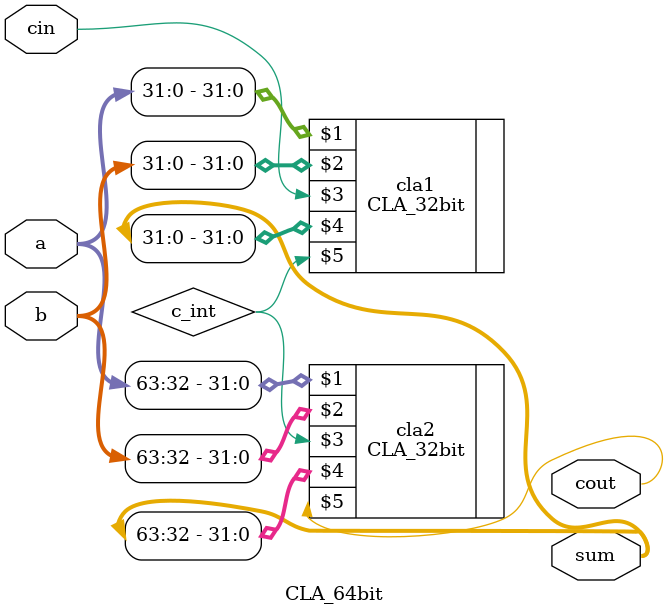
<source format=v>
module CLA_64bit(
//declaring input and output variables
    input  [63:0] a,
    input  [63:0] b,
    input         cin,
    output [63:0] sum,
    output        cout
);
   //wire for intermediate carry
    wire c_int;

    CLA_32bit cla1(a[31:0],  b[31:0],  cin,  sum[31:0],  c_int);
    CLA_32bit cla2(a[63:32], b[63:32], c_int, sum[63:32], cout);
endmodule
</source>
